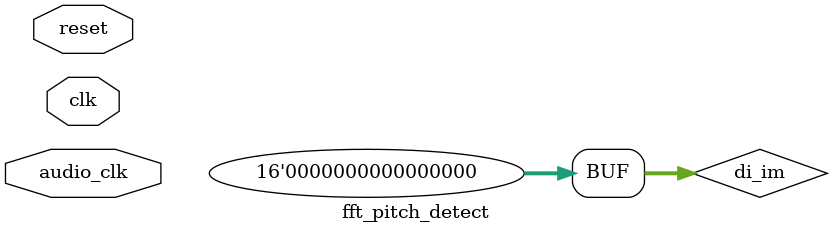
<source format=sv>
module fft_pitch_detect (
    input clk,
    input audio_clk,
    input reset,
    dstream.in  audio_input,
    dstream.out pitch_output
);
    parameter W        = 16;   //NOTE: To change this, you must also change the Twiddle factor initialisations in r22sdf/Twiddle.v. You can use r22sdf/twiddle_gen.pl.
    parameter NSamples = 1024; //NOTE: To change this, you must also change the SdfUnit instantiations in r22sdf/FFT.v accordingly.

    logic           di_en;  //  Input Data Enable
    logic   [W-1:0] di_re;  //  Input Data (Real)
    logic   [W-1:0] di_im;  //  Input Data (Imag)

    logic           do_en;  //  Output Data Enable
    logic   [W-1:0] do_re;  //  Output Data (Real)
    logic   [W-1:0] do_im;  //  Output Data (Imag)

    assign  di_im = 0; // No imaginary parts (audio signal is purely real).

    logic           mag_valid;
    logic   [W*2:0] mag_sq;
	 
    fft_input_buffer #(.W(W), .NSamples(NSamples)) u_fft_input_buffer (
        .clk(clk), 
        .reset(reset), 
        .audio_clk(audio_clk), 
        .audio_input(audio_input), 
        .fft_input(di_re), 
        .fft_input_valid(di_en)
    );
	 
    FFT #(.WIDTH(W)) u_fft_ip (
        .clock(clk), 
        .reset(reset), 
        .di_en(di_en), 
        .di_re(di_re), 
        .di_im(di_im), 
        .do_en(do_en), 
        .do_re(do_re), 
        .do_im(do_im)
    );
	 
    fft_mag_sq #(.W(W)) u_fft_mag_sq (
        .clk(clk), 
        .reset(reset), 
        .fft_valid(do_en), 
        .fft_imag(do_im), 
        .fft_real(do_re), 
        .mag_sq(mag_sq), 
        .mag_valid(mag_valid)
    );
	 
    fft_find_peak #(.W(W*2+1),.NSamples(NSamples)) u_fft_find_peak (
        .clk(clk), 
        .reset(reset), 
        .mag(mag_sq), 
        .mag_valid(mag_valid), 
        .peak(), 
        .peak_k(pitch_output.data), 
        .peak_valid(pitch_output.valid)
    );

endmodule
</source>
